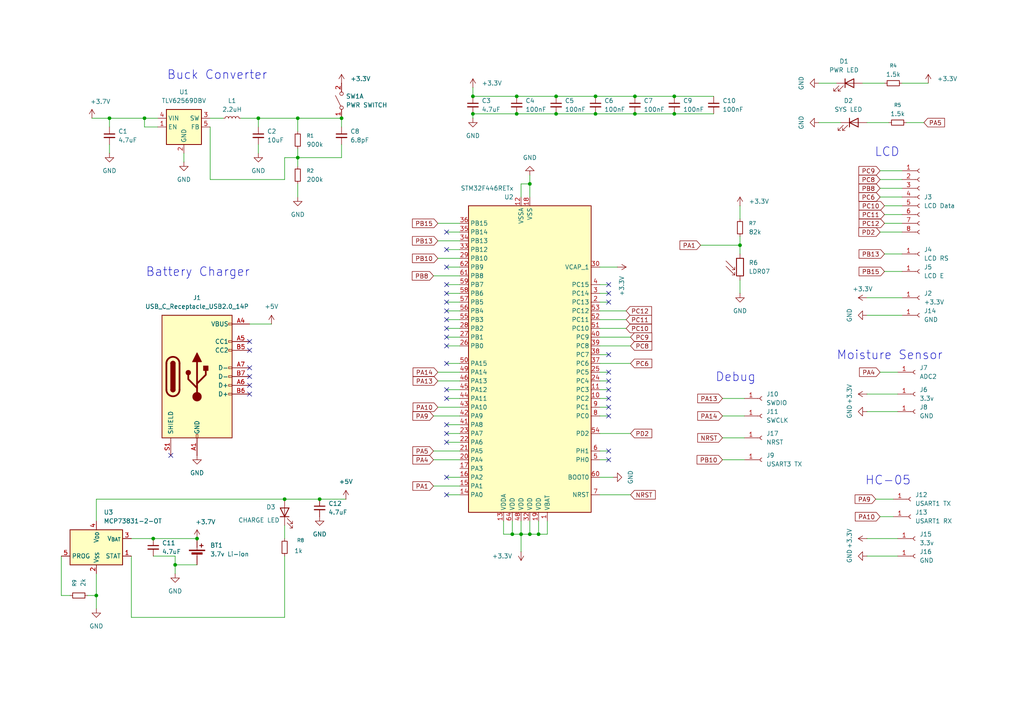
<source format=kicad_sch>
(kicad_sch (version 20250114) (generator "eeschema") (generator_version "9.0")
  (paper "A4")
  (title_block (title "Plant Monitor PCB") (rev "1"))
  (lib_symbols
    (symbol "Battery_Management:MCP73831-2-OT"
      (property "Reference" "U" (at -7.62 6.35 0))
      (property "Value" "MCP73831-2-OT" (at 1.27 6.35 0))
      (symbol "MCP73831-2-OT_1_1"
        (pin input line (at -10.16 -2.54 0) (length 2.54) (name "PROG") (number "5"))
        (pin power_in line (at 0 7.62 270) (length 2.54) (name "V_{DD}") (number "4"))
        (pin power_in line (at 0 -7.62 90) (length 2.54) (name "V_{SS}") (number "2"))
        (pin power_out line (at 10.16 2.54 180) (length 2.54) (name "V_{BAT}") (number "3"))
        (pin tri_state line (at 10.16 -2.54 180) (length 2.54) (name "STAT") (number "1"))
      )
    )
    (symbol "Connector:Conn_01x01_Socket" (pin_names (offset 1.016) (hide yes))
      (property "Reference" "J" (at 0 2.54 0))
      (property "Value" "Conn_01x01_Socket" (at 0 -2.54 0))
      (symbol "Conn_01x01_Socket_1_1"
        (pin passive line (at -5.08 0 0) (length 3.81) (name "Pin_1") (number "1"))
      )
    )
    (symbol "Connector:Conn_01x08_Socket" (pin_names (offset 1.016) (hide yes))
      (property "Reference" "J" (at 0 10.16 0))
      (property "Value" "Conn_01x08_Socket" (at 0 -12.7 0))
      (symbol "Conn_01x08_Socket_1_1"
        (pin passive line (at -5.08 7.62 0) (length 3.81) (name "Pin_1") (number "1"))
        (pin passive line (at -5.08 5.08 0) (length 3.81) (name "Pin_2") (number "2"))
        (pin passive line (at -5.08 2.54 0) (length 3.81) (name "Pin_3") (number "3"))
        (pin passive line (at -5.08 0 0) (length 3.81) (name "Pin_4") (number "4"))
        (pin passive line (at -5.08 -2.54 0) (length 3.81) (name "Pin_5") (number "5"))
        (pin passive line (at -5.08 -5.08 0) (length 3.81) (name "Pin_6") (number "6"))
        (pin passive line (at -5.08 -7.62 0) (length 3.81) (name "Pin_7") (number "7"))
        (pin passive line (at -5.08 -10.16 0) (length 3.81) (name "Pin_8") (number "8"))
      )
    )
    (symbol "Connector:USB_C_Receptacle_USB2.0_14P" (pin_names (offset 1.016))
      (property "Reference" "J" (at 0 22.225 0))
      (property "Value" "USB_C_Receptacle_USB2.0_14P" (at 0 19.685 0))
      (symbol "USB_C_Receptacle_USB2.0_14P_1_1"
        (pin passive line (at -7.62 -22.86 90) (length 5.08) (name "SHIELD") (number "S1"))
        (pin passive line (at 0 -22.86 90) (length 5.08) (name "GND") (number "A1"))
        (pin passive line (at 0 -22.86 90) (length 5.08) (hide yes) (name "GND") (number "A12"))
        (pin passive line (at 0 -22.86 90) (length 5.08) (hide yes) (name "GND") (number "B1"))
        (pin passive line (at 0 -22.86 90) (length 5.08) (hide yes) (name "GND") (number "B12"))
        (pin passive line (at 15.24 15.24 180) (length 5.08) (name "VBUS") (number "A4"))
        (pin passive line (at 15.24 15.24 180) (length 5.08) (hide yes) (name "VBUS") (number "A9"))
        (pin passive line (at 15.24 15.24 180) (length 5.08) (hide yes) (name "VBUS") (number "B4"))
        (pin passive line (at 15.24 15.24 180) (length 5.08) (hide yes) (name "VBUS") (number "B9"))
        (pin bidirectional line (at 15.24 10.16 180) (length 5.08) (name "CC1") (number "A5"))
        (pin bidirectional line (at 15.24 7.62 180) (length 5.08) (name "CC2") (number "B5"))
        (pin bidirectional line (at 15.24 2.54 180) (length 5.08) (name "D-") (number "A7"))
        (pin bidirectional line (at 15.24 0 180) (length 5.08) (name "D-") (number "B7"))
        (pin bidirectional line (at 15.24 -2.54 180) (length 5.08) (name "D+") (number "A6"))
        (pin bidirectional line (at 15.24 -5.08 180) (length 5.08) (name "D+") (number "B6"))
      )
    )
    (symbol "Device:Battery_Cell" (pin_numbers (hide yes)) (pin_names (offset 0) (hide yes))
      (property "Reference" "BT" (at 2.54 2.54 0))
      (property "Value" "Battery_Cell" (at 2.54 0 0))
      (symbol "Battery_Cell_1_1"
        (pin passive line (at 0 5.08 270) (length 2.54) (name "+") (number "1"))
        (pin passive line (at 0 -2.54 90) (length 2.54) (name "-") (number "2"))
      )
    )
    (symbol "Device:C_Small" (pin_numbers (hide yes)) (pin_names (offset 0.254) (hide yes))
      (property "Reference" "C" (at 0.254 1.778 0))
      (property "Value" "C_Small" (at 0.254 -2.032 0))
      (symbol "C_Small_1_1"
        (pin passive line (at 0 2.54 270) (length 2.032) (name "~") (number "1"))
        (pin passive line (at 0 -2.54 90) (length 2.032) (name "~") (number "2"))
      )
    )
    (symbol "Device:LED" (pin_numbers (hide yes)) (pin_names (offset 1.016) (hide yes))
      (property "Reference" "D" (at 0 2.54 0))
      (property "Value" "LED" (at 0 -2.54 0))
      (symbol "LED_1_1"
        (pin passive line (at -3.81 0 0) (length 2.54) (name "K") (number "1"))
        (pin passive line (at 3.81 0 180) (length 2.54) (name "A") (number "2"))
      )
    )
    (symbol "Device:L_Small" (pin_numbers (hide yes)) (pin_names (offset 0.254) (hide yes))
      (property "Reference" "L" (at 0.762 1.016 0))
      (property "Value" "L_Small" (at 0.762 -1.016 0))
      (symbol "L_Small_1_1"
        (pin passive line (at 0 2.54 270) (length 0.508) (name "~") (number "1"))
        (pin passive line (at 0 -2.54 90) (length 0.508) (name "~") (number "2"))
      )
    )
    (symbol "Device:R_Small" (pin_numbers (hide yes)) (pin_names (offset 0.254) (hide yes))
      (property "Reference" "R" (at 0 0 90))
      (property "Value" "R_Small" (at 1.778 0 90))
      (symbol "R_Small_1_1"
        (pin passive line (at 0 2.54 270) (length 0.762) (name "~") (number "1"))
        (pin passive line (at 0 -2.54 90) (length 0.762) (name "~") (number "2"))
      )
    )
    (symbol "MCU_ST_STM32F4:STM32F446RETx"
      (property "Reference" "U" (at -17.78 46.99 0))
      (property "Value" "STM32F446RETx" (at 10.16 46.99 0))
      (symbol "STM32F446RETx_1_1"
        (pin input line (at -20.32 40.64 0) (length 2.54) (name "NRST") (number "7"))
        (pin input line (at -20.32 35.56 0) (length 2.54) (name "BOOT0") (number "60"))
        (pin bidirectional line (at -20.32 30.48 0) (length 2.54) (name "PH0") (number "5"))
        (pin bidirectional line (at -20.32 27.94 0) (length 2.54) (name "PH1") (number "6"))
        (pin bidirectional line (at -20.32 22.86 0) (length 2.54) (name "PD2") (number "54"))
        (pin bidirectional line (at -20.32 17.78 0) (length 2.54) (name "PC0") (number "8"))
        (pin bidirectional line (at -20.32 15.24 0) (length 2.54) (name "PC1") (number "9"))
        (pin bidirectional line (at -20.32 12.7 0) (length 2.54) (name "PC2") (number "10"))
        (pin bidirectional line (at -20.32 10.16 0) (length 2.54) (name "PC3") (number "11"))
        (pin bidirectional line (at -20.32 7.62 0) (length 2.54) (name "PC4") (number "24"))
        (pin bidirectional line (at -20.32 5.08 0) (length 2.54) (name "PC5") (number "25"))
        (pin bidirectional line (at -20.32 2.54 0) (length 2.54) (name "PC6") (number "37"))
        (pin bidirectional line (at -20.32 0 0) (length 2.54) (name "PC7") (number "38"))
        (pin bidirectional line (at -20.32 -2.54 0) (length 2.54) (name "PC8") (number "39"))
        (pin bidirectional line (at -20.32 -5.08 0) (length 2.54) (name "PC9") (number "40"))
        (pin bidirectional line (at -20.32 -7.62 0) (length 2.54) (name "PC10") (number "51"))
        (pin bidirectional line (at -20.32 -10.16 0) (length 2.54) (name "PC11") (number "52"))
        (pin bidirectional line (at -20.32 -12.7 0) (length 2.54) (name "PC12") (number "53"))
        (pin bidirectional line (at -20.32 -15.24 0) (length 2.54) (name "PC13") (number "2"))
        (pin bidirectional line (at -20.32 -17.78 0) (length 2.54) (name "PC14") (number "3"))
        (pin bidirectional line (at -20.32 -20.32 0) (length 2.54) (name "PC15") (number "4"))
        (pin power_out line (at -20.32 -25.4 0) (length 2.54) (name "VCAP_1") (number "30"))
        (pin power_in line (at -5.08 48.26 270) (length 2.54) (name "VBAT") (number "1"))
        (pin power_in line (at -2.54 48.26 270) (length 2.54) (name "VDD") (number "19"))
        (pin power_in line (at 0 48.26 270) (length 2.54) (name "VDD") (number "32"))
        (pin power_in line (at 0 -45.72 90) (length 2.54) (name "VSS") (number "18"))
        (pin passive line (at 0 -45.72 90) (length 2.54) (hide yes) (name "VSS") (number "31"))
        (pin passive line (at 0 -45.72 90) (length 2.54) (hide yes) (name "VSS") (number "47"))
        (pin passive line (at 0 -45.72 90) (length 2.54) (hide yes) (name "VSS") (number "63"))
        (pin power_in line (at 2.54 48.26 270) (length 2.54) (name "VDD") (number "48"))
        (pin power_in line (at 2.54 -45.72 90) (length 2.54) (name "VSSA") (number "12"))
        (pin power_in line (at 5.08 48.26 270) (length 2.54) (name "VDD") (number "64"))
        (pin power_in line (at 7.62 48.26 270) (length 2.54) (name "VDDA") (number "13"))
        (pin bidirectional line (at 20.32 40.64 180) (length 2.54) (name "PA0") (number "14"))
        (pin bidirectional line (at 20.32 38.1 180) (length 2.54) (name "PA1") (number "15"))
        (pin bidirectional line (at 20.32 35.56 180) (length 2.54) (name "PA2") (number "16"))
        (pin bidirectional line (at 20.32 33.02 180) (length 2.54) (name "PA3") (number "17"))
        (pin bidirectional line (at 20.32 30.48 180) (length 2.54) (name "PA4") (number "20"))
        (pin bidirectional line (at 20.32 27.94 180) (length 2.54) (name "PA5") (number "21"))
        (pin bidirectional line (at 20.32 25.4 180) (length 2.54) (name "PA6") (number "22"))
        (pin bidirectional line (at 20.32 22.86 180) (length 2.54) (name "PA7") (number "23"))
        (pin bidirectional line (at 20.32 20.32 180) (length 2.54) (name "PA8") (number "41"))
        (pin bidirectional line (at 20.32 17.78 180) (length 2.54) (name "PA9") (number "42"))
        (pin bidirectional line (at 20.32 15.24 180) (length 2.54) (name "PA10") (number "43"))
        (pin bidirectional line (at 20.32 12.7 180) (length 2.54) (name "PA11") (number "44"))
        (pin bidirectional line (at 20.32 10.16 180) (length 2.54) (name "PA12") (number "45"))
        (pin bidirectional line (at 20.32 7.62 180) (length 2.54) (name "PA13") (number "46"))
        (pin bidirectional line (at 20.32 5.08 180) (length 2.54) (name "PA14") (number "49"))
        (pin bidirectional line (at 20.32 2.54 180) (length 2.54) (name "PA15") (number "50"))
        (pin bidirectional line (at 20.32 -2.54 180) (length 2.54) (name "PB0") (number "26"))
        (pin bidirectional line (at 20.32 -5.08 180) (length 2.54) (name "PB1") (number "27"))
        (pin bidirectional line (at 20.32 -7.62 180) (length 2.54) (name "PB2") (number "28"))
        (pin bidirectional line (at 20.32 -10.16 180) (length 2.54) (name "PB3") (number "55"))
        (pin bidirectional line (at 20.32 -12.7 180) (length 2.54) (name "PB4") (number "56"))
        (pin bidirectional line (at 20.32 -15.24 180) (length 2.54) (name "PB5") (number "57"))
        (pin bidirectional line (at 20.32 -17.78 180) (length 2.54) (name "PB6") (number "58"))
        (pin bidirectional line (at 20.32 -20.32 180) (length 2.54) (name "PB7") (number "59"))
        (pin bidirectional line (at 20.32 -22.86 180) (length 2.54) (name "PB8") (number "61"))
        (pin bidirectional line (at 20.32 -25.4 180) (length 2.54) (name "PB9") (number "62"))
        (pin bidirectional line (at 20.32 -27.94 180) (length 2.54) (name "PB10") (number "29"))
        (pin bidirectional line (at 20.32 -30.48 180) (length 2.54) (name "PB12") (number "33"))
        (pin bidirectional line (at 20.32 -33.02 180) (length 2.54) (name "PB13") (number "34"))
        (pin bidirectional line (at 20.32 -35.56 180) (length 2.54) (name "PB14") (number "35"))
        (pin bidirectional line (at 20.32 -38.1 180) (length 2.54) (name "PB15") (number "36"))
      )
    )
    (symbol "Regulator_Switching:TLV62569DBV"
      (property "Reference" "U" (at -5.08 6.35 0))
      (property "Value" "TLV62569DBV" (at 0 6.35 0))
      (symbol "TLV62569DBV_1_1"
        (pin power_in line (at -7.62 2.54 0) (length 2.54) (name "VIN") (number "4"))
        (pin input line (at -7.62 0 0) (length 2.54) (name "EN") (number "1"))
        (pin power_in line (at 0 -7.62 90) (length 2.54) (name "GND") (number "2"))
        (pin power_out line (at 7.62 2.54 180) (length 2.54) (name "SW") (number "3"))
        (pin input line (at 7.62 0 180) (length 2.54) (name "FB") (number "5"))
      )
    )
    (symbol "Sensor_Optical:LDR07" (pin_numbers (hide yes)) (pin_names (offset 0))
      (property "Reference" "R" (at -5.08 0 90))
      (property "Value" "LDR07" (at 1.905 0 90))
      (symbol "LDR07_1_1"
        (pin passive line (at 0 3.81 270) (length 1.27) (name "~") (number "1"))
        (pin passive line (at 0 -3.81 90) (length 1.27) (name "~") (number "2"))
      )
    )
    (symbol "Switch:SW_DPST_x2" (pin_names (offset 0) (hide yes))
      (property "Reference" "SW" (at 0 3.175 0))
      (property "Value" "SW_DPST_x2" (at 0 -2.54 0))
      (symbol "SW_DPST_x2_1_1"
        (pin passive line (at -5.08 0 0) (length 2.54) (name "A") (number "1"))
        (pin passive line (at 5.08 0 180) (length 2.54) (name "B") (number "2"))
      )
      (symbol "SW_DPST_x2_2_1"
        (pin passive line (at -5.08 0 0) (length 2.54) (name "A") (number "3"))
        (pin passive line (at 5.08 0 180) (length 2.54) (name "B") (number "4"))
      )
    )
    (symbol "power:+3.3V" (power) (pin_numbers (hide yes)) (pin_names (offset 0) (hide yes))
      (property "Value" "+3.3V" (at 0 3.556 0))
      (symbol "+3.3V_1_1"
        (pin power_in line (at 0 0 90) (length 0) (name "~") (number "1"))
      )
    )
    (symbol "power:+5V" (power) (pin_numbers (hide yes)) (pin_names (offset 0) (hide yes))
      (property "Value" "+5V" (at 0 3.556 0))
      (symbol "+5V_1_1"
        (pin power_in line (at 0 0 90) (length 0) (name "~") (number "1"))
      )
    )
    (symbol "power:+9V" (power) (pin_numbers (hide yes)) (pin_names (offset 0) (hide yes))
      (property "Value" "+9V" (at 0 3.556 0))
      (symbol "+9V_1_1"
        (pin power_in line (at 0 0 90) (length 0) (name "~") (number "1"))
      )
    )
    (symbol "power:GND" (power) (pin_numbers (hide yes)) (pin_names (offset 0) (hide yes))
      (property "Value" "GND" (at 0 -3.81 0))
      (symbol "GND_1_1"
        (pin power_in line (at 0 0 270) (length 0) (name "~") (number "1"))
      )
    )
  )
  (text "Buck Converter" (at 62.992 21.844 0) (effects (font (size 2.54 2.54))))
  (text "HC-05\n" (at 257.556 139.446 0) (effects (font (size 2.54 2.54))))
  (text "LCD" (at 257.302 44.196 0) (effects (font (size 2.54 2.54))))
  (text "Moisture Sensor" (at 258.064 103.124 0) (effects (font (size 2.54 2.54))))
  (text "Battery Charger" (at 57.404 78.994 0) (effects (font (size 2.54 2.54))))
  (text "Debug" (at 213.36 109.474 0) (effects (font (size 2.54 2.54))))
  (junction (at 41.91 34.29))
  (junction (at 86.36 34.29))
  (junction (at 149.86 27.94))
  (junction (at 92.71 144.78))
  (junction (at 172.72 27.94))
  (junction (at 153.67 53.34))
  (junction (at 99.06 34.29))
  (junction (at 137.16 33.02))
  (junction (at 195.58 27.94))
  (junction (at 86.36 45.72))
  (junction (at 82.55 144.78))
  (junction (at 161.29 27.94))
  (junction (at 31.75 34.29))
  (junction (at 214.63 71.12))
  (junction (at 161.29 33.02))
  (junction (at 156.21 154.94))
  (junction (at 184.15 27.94))
  (junction (at 27.94 172.72))
  (junction (at 172.72 33.02))
  (junction (at 184.15 33.02))
  (junction (at 137.16 27.94))
  (junction (at 195.58 33.02))
  (junction (at 74.93 34.29))
  (junction (at 148.59 154.94))
  (junction (at 50.8 163.83))
  (junction (at 44.45 156.21))
  (junction (at 149.86 33.02))
  (junction (at 151.13 154.94))
  (junction (at 153.67 154.94))
  (junction (at 57.15 156.21))
  (no_connect (at 129.54 82.55))
  (no_connect (at 129.54 77.47))
  (no_connect (at 176.53 107.95))
  (no_connect (at 176.53 82.55))
  (no_connect (at 129.54 128.27))
  (no_connect (at 129.54 92.71))
  (no_connect (at 176.53 130.81))
  (no_connect (at 129.54 85.09))
  (no_connect (at 129.54 125.73))
  (no_connect (at 176.53 115.57))
  (no_connect (at 129.54 143.51))
  (no_connect (at 129.54 87.63))
  (no_connect (at 129.54 90.17))
  (no_connect (at 49.53 132.08))
  (no_connect (at 176.53 118.11))
  (no_connect (at 129.54 72.39))
  (no_connect (at 176.53 133.35))
  (no_connect (at 129.54 115.57))
  (no_connect (at 129.54 95.25))
  (no_connect (at 129.54 123.19))
  (no_connect (at 176.53 113.03))
  (no_connect (at 176.53 110.49))
  (no_connect (at 72.39 109.22))
  (no_connect (at 176.53 87.63))
  (no_connect (at 129.54 113.03))
  (no_connect (at 129.54 105.41))
  (no_connect (at 72.39 101.6))
  (no_connect (at 129.54 67.31))
  (no_connect (at 176.53 102.87))
  (no_connect (at 129.54 97.79))
  (no_connect (at 129.54 138.43))
  (no_connect (at 72.39 111.76))
  (no_connect (at 129.54 100.33))
  (no_connect (at 72.39 99.06))
  (no_connect (at 176.53 120.65))
  (no_connect (at 72.39 114.3))
  (no_connect (at 176.53 85.09))
  (no_connect (at 72.39 106.68))
  (wire (pts (xy 31.75 34.29) (xy 41.91 34.29)))
  (wire (pts (xy 82.55 152.4) (xy 82.55 156.21)))
  (wire (pts (xy 17.78 161.29) (xy 17.78 172.72)))
  (wire (pts (xy 129.54 105.41) (xy 133.35 105.41)))
  (wire (pts (xy 44.45 156.21) (xy 57.15 156.21)))
  (wire (pts (xy 156.21 154.94) (xy 156.21 151.13)))
  (wire (pts (xy 184.15 33.02) (xy 195.58 33.02)))
  (wire (pts (xy 161.29 33.02) (xy 172.72 33.02)))
  (wire (pts (xy 172.72 33.02) (xy 184.15 33.02)))
  (wire (pts (xy 82.55 179.07) (xy 38.1 179.07)))
  (wire (pts (xy 158.75 151.13) (xy 158.75 154.94)))
  (wire (pts (xy 74.93 34.29) (xy 74.93 36.83)))
  (wire (pts (xy 17.78 172.72) (xy 20.32 172.72)))
  (wire (pts (xy 133.35 64.77) (xy 127 64.77)))
  (wire (pts (xy 137.16 33.02) (xy 137.16 34.29)))
  (wire (pts (xy 86.36 45.72) (xy 86.36 48.26)))
  (wire (pts (xy 203.2 71.12) (xy 214.63 71.12)))
  (wire (pts (xy 129.54 72.39) (xy 133.35 72.39)))
  (wire (pts (xy 173.99 130.81) (xy 176.53 130.81)))
  (wire (pts (xy 261.62 24.13) (xy 269.24 24.13)))
  (wire (pts (xy 129.54 125.73) (xy 133.35 125.73)))
  (wire (pts (xy 146.05 154.94) (xy 146.05 151.13)))
  (wire (pts (xy 86.36 34.29) (xy 86.36 38.1)))
  (wire (pts (xy 129.54 138.43) (xy 133.35 138.43)))
  (wire (pts (xy 153.67 154.94) (xy 153.67 151.13)))
  (wire (pts (xy 133.35 74.93) (xy 127 74.93)))
  (wire (pts (xy 255.27 149.86) (xy 259.08 149.86)))
  (wire (pts (xy 82.55 144.78) (xy 92.71 144.78)))
  (wire (pts (xy 99.06 34.29) (xy 99.06 36.83)))
  (wire (pts (xy 129.54 115.57) (xy 133.35 115.57)))
  (wire (pts (xy 173.99 118.11) (xy 176.53 118.11)))
  (wire (pts (xy 129.54 85.09) (xy 133.35 85.09)))
  (wire (pts (xy 251.46 86.36) (xy 261.62 86.36)))
  (wire (pts (xy 129.54 128.27) (xy 133.35 128.27)))
  (wire (pts (xy 69.85 34.29) (xy 74.93 34.29)))
  (wire (pts (xy 256.54 62.23) (xy 261.62 62.23)))
  (wire (pts (xy 129.54 95.25) (xy 133.35 95.25)))
  (wire (pts (xy 129.54 100.33) (xy 133.35 100.33)))
  (wire (pts (xy 27.94 172.72) (xy 27.94 176.53)))
  (wire (pts (xy 209.55 133.35) (xy 215.9 133.35)))
  (wire (pts (xy 251.46 161.29) (xy 260.35 161.29)))
  (wire (pts (xy 184.15 27.94) (xy 195.58 27.94)))
  (wire (pts (xy 133.35 69.85) (xy 127 69.85)))
  (wire (pts (xy 82.55 45.72) (xy 82.55 52.07)))
  (wire (pts (xy 45.72 36.83) (xy 41.91 36.83)))
  (wire (pts (xy 182.88 97.79) (xy 173.99 97.79)))
  (wire (pts (xy 153.67 57.15) (xy 153.67 53.34)))
  (wire (pts (xy 137.16 25.4) (xy 137.16 27.94)))
  (wire (pts (xy 251.46 119.38) (xy 260.35 119.38)))
  (wire (pts (xy 255.27 54.61) (xy 261.62 54.61)))
  (wire (pts (xy 149.86 33.02) (xy 161.29 33.02)))
  (wire (pts (xy 255.27 107.95) (xy 260.35 107.95)))
  (wire (pts (xy 195.58 33.02) (xy 207.01 33.02)))
  (wire (pts (xy 173.99 133.35) (xy 176.53 133.35)))
  (wire (pts (xy 82.55 161.29) (xy 82.55 179.07)))
  (wire (pts (xy 133.35 107.95) (xy 127 107.95)))
  (wire (pts (xy 214.63 59.69) (xy 214.63 63.5)))
  (wire (pts (xy 99.06 41.91) (xy 99.06 45.72)))
  (wire (pts (xy 256.54 73.66) (xy 261.62 73.66)))
  (wire (pts (xy 53.34 44.45) (xy 53.34 46.99)))
  (wire (pts (xy 215.9 115.57) (xy 209.55 115.57)))
  (wire (pts (xy 137.16 27.94) (xy 149.86 27.94)))
  (wire (pts (xy 129.54 123.19) (xy 133.35 123.19)))
  (wire (pts (xy 251.46 35.56) (xy 257.81 35.56)))
  (wire (pts (xy 173.99 82.55) (xy 176.53 82.55)))
  (wire (pts (xy 129.54 77.47) (xy 133.35 77.47)))
  (wire (pts (xy 129.54 67.31) (xy 133.35 67.31)))
  (wire (pts (xy 156.21 154.94) (xy 153.67 154.94)))
  (wire (pts (xy 182.88 125.73) (xy 173.99 125.73)))
  (wire (pts (xy 86.36 34.29) (xy 99.06 34.29)))
  (wire (pts (xy 31.75 41.91) (xy 31.75 44.45)))
  (wire (pts (xy 133.35 120.65) (xy 125.73 120.65)))
  (wire (pts (xy 129.54 87.63) (xy 133.35 87.63)))
  (wire (pts (xy 251.46 156.21) (xy 260.35 156.21)))
  (wire (pts (xy 129.54 82.55) (xy 133.35 82.55)))
  (wire (pts (xy 158.75 154.94) (xy 156.21 154.94)))
  (wire (pts (xy 173.99 110.49) (xy 176.53 110.49)))
  (wire (pts (xy 214.63 71.12) (xy 214.63 73.66)))
  (wire (pts (xy 50.8 161.29) (xy 50.8 163.83)))
  (wire (pts (xy 26.67 34.29) (xy 31.75 34.29)))
  (wire (pts (xy 173.99 85.09) (xy 176.53 85.09)))
  (wire (pts (xy 74.93 41.91) (xy 74.93 44.45)))
  (wire (pts (xy 133.35 133.35) (xy 125.73 133.35)))
  (wire (pts (xy 133.35 80.01) (xy 125.73 80.01)))
  (wire (pts (xy 254 144.78) (xy 259.08 144.78)))
  (wire (pts (xy 173.99 143.51) (xy 182.88 143.51)))
  (wire (pts (xy 153.67 53.34) (xy 151.13 53.34)))
  (wire (pts (xy 99.06 45.72) (xy 86.36 45.72)))
  (wire (pts (xy 41.91 34.29) (xy 45.72 34.29)))
  (wire (pts (xy 151.13 154.94) (xy 148.59 154.94)))
  (wire (pts (xy 82.55 52.07) (xy 60.96 52.07)))
  (wire (pts (xy 38.1 156.21) (xy 44.45 156.21)))
  (wire (pts (xy 173.99 107.95) (xy 176.53 107.95)))
  (wire (pts (xy 237.49 35.56) (xy 243.84 35.56)))
  (wire (pts (xy 177.8 138.43) (xy 173.99 138.43)))
  (wire (pts (xy 129.54 143.51) (xy 133.35 143.51)))
  (wire (pts (xy 50.8 163.83) (xy 50.8 166.37)))
  (wire (pts (xy 237.49 24.13) (xy 242.57 24.13)))
  (wire (pts (xy 181.61 90.17) (xy 173.99 90.17)))
  (wire (pts (xy 86.36 45.72) (xy 82.55 45.72)))
  (wire (pts (xy 129.54 90.17) (xy 133.35 90.17)))
  (wire (pts (xy 251.46 114.3) (xy 260.35 114.3)))
  (wire (pts (xy 195.58 27.94) (xy 207.01 27.94)))
  (wire (pts (xy 133.35 130.81) (xy 125.73 130.81)))
  (wire (pts (xy 182.88 100.33) (xy 173.99 100.33)))
  (wire (pts (xy 255.27 49.53) (xy 261.62 49.53)))
  (wire (pts (xy 182.88 105.41) (xy 173.99 105.41)))
  (wire (pts (xy 38.1 161.29) (xy 38.1 179.07)))
  (wire (pts (xy 41.91 36.83) (xy 41.91 34.29)))
  (wire (pts (xy 250.19 24.13) (xy 256.54 24.13)))
  (wire (pts (xy 60.96 34.29) (xy 64.77 34.29)))
  (wire (pts (xy 255.27 57.15) (xy 261.62 57.15)))
  (wire (pts (xy 255.27 52.07) (xy 261.62 52.07)))
  (wire (pts (xy 255.27 67.31) (xy 261.62 67.31)))
  (wire (pts (xy 153.67 53.34) (xy 153.67 50.8)))
  (wire (pts (xy 86.36 43.18) (xy 86.36 45.72)))
  (wire (pts (xy 262.89 35.56) (xy 267.97 35.56)))
  (wire (pts (xy 173.99 115.57) (xy 176.53 115.57)))
  (wire (pts (xy 173.99 113.03) (xy 176.53 113.03)))
  (wire (pts (xy 129.54 92.71) (xy 133.35 92.71)))
  (wire (pts (xy 256.54 59.69) (xy 261.62 59.69)))
  (wire (pts (xy 181.61 92.71) (xy 173.99 92.71)))
  (wire (pts (xy 74.93 34.29) (xy 86.36 34.29)))
  (wire (pts (xy 92.71 144.78) (xy 100.33 144.78)))
  (wire (pts (xy 50.8 163.83) (xy 57.15 163.83)))
  (wire (pts (xy 148.59 154.94) (xy 148.59 151.13)))
  (wire (pts (xy 129.54 113.03) (xy 133.35 113.03)))
  (wire (pts (xy 214.63 81.28) (xy 214.63 85.09)))
  (wire (pts (xy 149.86 27.94) (xy 161.29 27.94)))
  (wire (pts (xy 151.13 154.94) (xy 151.13 160.02)))
  (wire (pts (xy 72.39 93.98) (xy 78.74 93.98)))
  (wire (pts (xy 173.99 87.63) (xy 176.53 87.63)))
  (wire (pts (xy 179.07 77.47) (xy 173.99 77.47)))
  (wire (pts (xy 31.75 36.83) (xy 31.75 34.29)))
  (wire (pts (xy 151.13 53.34) (xy 151.13 57.15)))
  (wire (pts (xy 25.4 172.72) (xy 27.94 172.72)))
  (wire (pts (xy 27.94 166.37) (xy 27.94 172.72)))
  (wire (pts (xy 215.9 120.65) (xy 209.55 120.65)))
  (wire (pts (xy 161.29 27.94) (xy 172.72 27.94)))
  (wire (pts (xy 214.63 68.58) (xy 214.63 71.12)))
  (wire (pts (xy 27.94 151.13) (xy 27.94 144.78)))
  (wire (pts (xy 173.99 120.65) (xy 176.53 120.65)))
  (wire (pts (xy 129.54 97.79) (xy 133.35 97.79)))
  (wire (pts (xy 27.94 144.78) (xy 82.55 144.78)))
  (wire (pts (xy 173.99 102.87) (xy 176.53 102.87)))
  (wire (pts (xy 148.59 154.94) (xy 146.05 154.94)))
  (wire (pts (xy 50.8 161.29) (xy 44.45 161.29)))
  (wire (pts (xy 256.54 78.74) (xy 261.62 78.74)))
  (wire (pts (xy 256.54 64.77) (xy 261.62 64.77)))
  (wire (pts (xy 133.35 118.11) (xy 127 118.11)))
  (wire (pts (xy 133.35 140.97) (xy 125.73 140.97)))
  (wire (pts (xy 137.16 33.02) (xy 149.86 33.02)))
  (wire (pts (xy 151.13 154.94) (xy 153.67 154.94)))
  (wire (pts (xy 251.46 91.44) (xy 261.62 91.44)))
  (wire (pts (xy 181.61 95.25) (xy 173.99 95.25)))
  (wire (pts (xy 209.55 127) (xy 215.9 127)))
  (wire (pts (xy 86.36 53.34) (xy 86.36 57.15)))
  (wire (pts (xy 151.13 154.94) (xy 151.13 151.13)))
  (wire (pts (xy 172.72 27.94) (xy 184.15 27.94)))
  (wire (pts (xy 133.35 110.49) (xy 127 110.49)))
  (wire (pts (xy 60.96 36.83) (xy 60.96 52.07)))
  (global_label "PC8" (shape input) (at 255.27 52.07 180) (property "Intersheetrefs" "${INTERSHEET_REFS}" (effects (hide yes))))
  (global_label "PA10" (shape input) (at 255.27 149.86 180) (property "Intersheetrefs" "${INTERSHEET_REFS}" (effects (hide yes))))
  (global_label "PA13" (shape input) (at 209.55 115.57 180) (property "Intersheetrefs" "${INTERSHEET_REFS}" (effects (hide yes))))
  (global_label "PC10" (shape input) (at 256.54 59.69 180) (property "Intersheetrefs" "${INTERSHEET_REFS}" (effects (hide yes))))
  (global_label "PA4" (shape input) (at 255.27 107.95 180) (property "Intersheetrefs" "${INTERSHEET_REFS}" (effects (hide yes))))
  (global_label "PA14" (shape input) (at 209.55 120.65 180) (property "Intersheetrefs" "${INTERSHEET_REFS}" (effects (hide yes))))
  (global_label "PC9" (shape input) (at 182.88 97.79 0) (property "Intersheetrefs" "${INTERSHEET_REFS}" (effects (hide yes))))
  (global_label "PC12" (shape input) (at 256.54 64.77 180) (property "Intersheetrefs" "${INTERSHEET_REFS}" (effects (hide yes))))
  (global_label "PB15" (shape input) (at 127 64.77 180) (property "Intersheetrefs" "${INTERSHEET_REFS}" (effects (hide yes))))
  (global_label "PA5" (shape input) (at 125.73 130.81 180) (property "Intersheetrefs" "${INTERSHEET_REFS}" (effects (hide yes))))
  (global_label "NRST" (shape input) (at 209.55 127 180) (property "Intersheetrefs" "${INTERSHEET_REFS}" (effects (hide yes))))
  (global_label "PC6" (shape input) (at 255.27 57.15 180) (property "Intersheetrefs" "${INTERSHEET_REFS}" (effects (hide yes))))
  (global_label "PC8" (shape input) (at 182.88 100.33 0) (property "Intersheetrefs" "${INTERSHEET_REFS}" (effects (hide yes))))
  (global_label "PB15" (shape input) (at 256.54 78.74 180) (property "Intersheetrefs" "${INTERSHEET_REFS}" (effects (hide yes))))
  (global_label "PA13" (shape input) (at 127 110.49 180) (property "Intersheetrefs" "${INTERSHEET_REFS}" (effects (hide yes))))
  (global_label "PA14" (shape input) (at 127 107.95 180) (property "Intersheetrefs" "${INTERSHEET_REFS}" (effects (hide yes))))
  (global_label "PC6" (shape input) (at 182.88 105.41 0) (property "Intersheetrefs" "${INTERSHEET_REFS}" (effects (hide yes))))
  (global_label "PD2" (shape input) (at 182.88 125.73 0) (property "Intersheetrefs" "${INTERSHEET_REFS}" (effects (hide yes))))
  (global_label "PB13" (shape input) (at 256.54 73.66 180) (property "Intersheetrefs" "${INTERSHEET_REFS}" (effects (hide yes))))
  (global_label "PC12" (shape input) (at 181.61 90.17 0) (property "Intersheetrefs" "${INTERSHEET_REFS}" (effects (hide yes))))
  (global_label "PA1" (shape input) (at 125.73 140.97 180) (property "Intersheetrefs" "${INTERSHEET_REFS}" (effects (hide yes))))
  (global_label "NRST" (shape input) (at 182.88 143.51 0) (property "Intersheetrefs" "${INTERSHEET_REFS}" (effects (hide yes))))
  (global_label "PB8" (shape input) (at 125.73 80.01 180) (property "Intersheetrefs" "${INTERSHEET_REFS}" (effects (hide yes))))
  (global_label "PB10" (shape input) (at 209.55 133.35 180) (property "Intersheetrefs" "${INTERSHEET_REFS}" (effects (hide yes))))
  (global_label "PA1" (shape input) (at 203.2 71.12 180) (property "Intersheetrefs" "${INTERSHEET_REFS}" (effects (hide yes))))
  (global_label "PB8" (shape input) (at 255.27 54.61 180) (property "Intersheetrefs" "${INTERSHEET_REFS}" (effects (hide yes))))
  (global_label "PA9" (shape input) (at 254 144.78 180) (property "Intersheetrefs" "${INTERSHEET_REFS}" (effects (hide yes))))
  (global_label "PD2" (shape input) (at 255.27 67.31 180) (property "Intersheetrefs" "${INTERSHEET_REFS}" (effects (hide yes))))
  (global_label "PC9" (shape input) (at 255.27 49.53 180) (property "Intersheetrefs" "${INTERSHEET_REFS}" (effects (hide yes))))
  (global_label "PC11" (shape input) (at 181.61 92.71 0) (property "Intersheetrefs" "${INTERSHEET_REFS}" (effects (hide yes))))
  (global_label "PC11" (shape input) (at 256.54 62.23 180) (property "Intersheetrefs" "${INTERSHEET_REFS}" (effects (hide yes))))
  (global_label "PB10" (shape input) (at 127 74.93 180) (property "Intersheetrefs" "${INTERSHEET_REFS}" (effects (hide yes))))
  (global_label "PA5" (shape input) (at 267.97 35.56 0) (property "Intersheetrefs" "${INTERSHEET_REFS}" (effects (hide yes))))
  (global_label "PA4" (shape input) (at 125.73 133.35 180) (property "Intersheetrefs" "${INTERSHEET_REFS}" (effects (hide yes))))
  (global_label "PC10" (shape input) (at 181.61 95.25 0) (property "Intersheetrefs" "${INTERSHEET_REFS}" (effects (hide yes))))
  (global_label "PB13" (shape input) (at 127 69.85 180) (property "Intersheetrefs" "${INTERSHEET_REFS}" (effects (hide yes))))
  (global_label "PA9" (shape input) (at 125.73 120.65 180) (property "Intersheetrefs" "${INTERSHEET_REFS}" (effects (hide yes))))
  (global_label "PA10" (shape input) (at 127 118.11 180) (property "Intersheetrefs" "${INTERSHEET_REFS}" (effects (hide yes))))
  (symbol (lib_id "Connector:Conn_01x01_Socket") (at 264.16 144.78 0) (unit 1)
    (property "Reference" "J12" (at 265.43 143.5099 0) (effects (justify left)))
    (property "Value" "USART1 TX" (at 265.43 146.0499 0) (effects (justify left)))
    (property "Footprint" "Connector_PinSocket_2.54mm:PinSocket_1x01_P2.54mm_Vertical" (effects (hide yes)))
    (property "Description" "Generic connector, single row, 01x01, script generated" (effects (hide yes)))
  )
  (symbol (lib_id "Connector:Conn_01x01_Socket") (at 265.43 161.29 0) (unit 1)
    (property "Reference" "J16" (at 266.7 160.0199 0) (effects (justify left)))
    (property "Value" "GND" (at 266.7 162.5599 0) (effects (justify left)))
    (property "Footprint" "Connector_PinSocket_2.54mm:PinSocket_1x01_P2.54mm_Vertical" (effects (hide yes)))
    (property "Description" "Generic connector, single row, 01x01, script generated" (effects (hide yes)))
  )
  (symbol (lib_id "power:GND") (at 237.49 35.56 270) (unit 1)
    (property "Reference" "#PWR012" (effects (hide yes)))
    (property "Value" "GND" (at 232.41 35.56 0))
    (property "Description" "Power symbol creates a global label with name \"GND\" , ground" (effects (hide yes)))
  )
  (symbol (lib_id "power:+3.3V") (at 269.24 24.13 0) (unit 1)
    (property "Reference" "#PWR010" (effects (hide yes)))
    (property "Value" "+3.3V" (at 271.78 22.8599 0) (effects (justify left)))
    (property "Description" "Power symbol creates a global label with name \"+3.3V\"" (effects (hide yes)))
  )
  (symbol (lib_id "power:+5V") (at 78.74 93.98 0) (unit 1)
    (property "Reference" "#PWR026" (effects (hide yes)))
    (property "Value" "+5V" (at 78.74 88.9 0))
    (property "Description" "Power symbol creates a global label with name \"+5V\"" (effects (hide yes)))
  )
  (symbol (lib_id "power:GND") (at 251.46 91.44 270) (unit 1)
    (property "Reference" "#PWR07" (effects (hide yes)))
    (property "Value" "GND" (at 246.38 91.44 0))
    (property "Description" "Power symbol creates a global label with name \"GND\" , ground" (effects (hide yes)))
  )
  (symbol (lib_id "power:+3.3V") (at 151.13 160.02 180) (unit 1)
    (property "Reference" "#PWR06" (effects (hide yes)))
    (property "Value" "+3.3V" (at 148.59 161.2901 0) (effects (justify left)))
    (property "Description" "Power symbol creates a global label with name \"+3.3V\"" (effects (hide yes)))
  )
  (symbol (lib_id "power:+3.3V") (at 179.07 77.47 270) (unit 1)
    (property "Reference" "#PWR022" (effects (hide yes)))
    (property "Value" "+3.3V" (at 180.3401 80.01 0) (effects (justify left)))
    (property "Description" "Power symbol creates a global label with name \"+3.3V\"" (effects (hide yes)))
  )
  (symbol (lib_id "Device:C_Small") (at 137.16 30.48 0) (unit 1)
    (property "Reference" "C3" (at 139.7 29.2162 0) (effects (justify left)))
    (property "Value" "4.7uF" (at 139.7 31.7562 0) (effects (justify left)))
    (property "Footprint" "Capacitor_SMD:C_0603_1608Metric_Pad1.08x0.95mm_HandSolder" (effects (hide yes)))
    (property "Description" "Unpolarized capacitor, small symbol" (effects (hide yes)))
  )
  (symbol (lib_id "Device:R_Small") (at 86.36 40.64 0) (unit 1)
    (property "Reference" "R1" (at 88.9 39.3699 0) (effects (font (size 1.016 1.016)) (justify left)))
    (property "Value" "900k" (at 88.9 41.9099 0) (effects (justify left)))
    (property "Footprint" "Resistor_SMD:R_0603_1608Metric_Pad0.98x0.95mm_HandSolder" (effects (hide yes)))
    (property "Description" "Resistor, small symbol" (effects (hide yes)))
  )
  (symbol (lib_id "Connector:USB_C_Receptacle_USB2.0_14P") (at 57.15 109.22 0) (unit 1)
    (property "Reference" "J1" (at 57.15 86.36 0))
    (property "Value" "USB_C_Receptacle_USB2.0_14P" (at 57.15 88.9 0))
    (property "Footprint" "Connector_USB:USB_C_Receptacle_GCT_USB4125-xx-x-0190_6P_TopMnt_Horizontal" (effects (hide yes)))
    (property "Datasheet" "https://www.usb.org/sites/default/files/documents/usb_type-c.zip" (effects (hide yes)))
    (property "Description" "USB 2.0-only 14P Type-C Receptacle connector" (effects (hide yes)))
  )
  (symbol (lib_id "Device:LED") (at 247.65 35.56 0) (unit 1)
    (property "Reference" "D2" (at 246.0625 29.21 0))
    (property "Value" "SYS LED" (at 246.0625 31.75 0))
    (property "Footprint" "LED_SMD:LED_0603_1608Metric_Pad1.05x0.95mm_HandSolder" (effects (hide yes)))
    (property "Description" "Light emitting diode" (effects (hide yes)))
    (property "Sim.Pins" "1=K 2=A" (effects (hide yes)))
  )
  (symbol (lib_id "power:GND") (at 251.46 119.38 270) (unit 1)
    (property "Reference" "#PWR019" (effects (hide yes)))
    (property "Value" "GND" (at 246.38 119.38 0))
    (property "Description" "Power symbol creates a global label with name \"GND\" , ground" (effects (hide yes)))
  )
  (symbol (lib_id "Connector:Conn_01x01_Socket") (at 220.98 115.57 0) (unit 1)
    (property "Reference" "J10" (at 222.25 114.2999 0) (effects (justify left)))
    (property "Value" "SWDIO" (at 222.25 116.8399 0) (effects (justify left)))
    (property "Footprint" "Connector_PinSocket_2.54mm:PinSocket_1x01_P2.54mm_Vertical" (effects (hide yes)))
    (property "Description" "Generic connector, single row, 01x01, script generated" (effects (hide yes)))
  )
  (symbol (lib_id "Connector:Conn_01x01_Socket") (at 266.7 86.36 0) (unit 1)
    (property "Reference" "J2" (at 267.97 85.0899 0) (effects (justify left)))
    (property "Value" "+3.3V" (at 267.97 87.6299 0) (effects (justify left)))
    (property "Footprint" "Connector_PinSocket_2.54mm:PinSocket_1x01_P2.54mm_Vertical" (effects (hide yes)))
    (property "Description" "Generic connector, single row, 01x01, script generated" (effects (hide yes)))
  )
  (symbol (lib_id "Connector:Conn_01x01_Socket") (at 264.16 149.86 0) (unit 1)
    (property "Reference" "J13" (at 265.43 148.5899 0) (effects (justify left)))
    (property "Value" "USART1 RX" (at 265.43 151.1299 0) (effects (justify left)))
    (property "Footprint" "Connector_PinSocket_2.54mm:PinSocket_1x01_P2.54mm_Vertical" (effects (hide yes)))
    (property "Description" "Generic connector, single row, 01x01, script generated" (effects (hide yes)))
  )
  (symbol (lib_id "Device:R_Small") (at 22.86 172.72 90) (unit 1)
    (property "Reference" "R9" (at 21.5899 170.18 0) (effects (font (size 1.016 1.016)) (justify left)))
    (property "Value" "2k" (at 24.1299 170.18 0) (effects (justify left)))
    (property "Footprint" "Resistor_SMD:R_0603_1608Metric_Pad0.98x0.95mm_HandSolder" (effects (hide yes)))
    (property "Description" "Resistor, small symbol" (effects (hide yes)))
  )
  (symbol (lib_id "Connector:Conn_01x01_Socket") (at 265.43 114.3 0) (unit 1)
    (property "Reference" "J6" (at 266.7 113.0299 0) (effects (justify left)))
    (property "Value" "3.3v" (at 266.7 115.5699 0) (effects (justify left)))
    (property "Footprint" "Connector_PinSocket_2.54mm:PinSocket_1x01_P2.54mm_Vertical" (effects (hide yes)))
    (property "Description" "Generic connector, single row, 01x01, script generated" (effects (hide yes)))
  )
  (symbol (lib_id "power:+5V") (at 100.33 144.78 0) (unit 1)
    (property "Reference" "#PWR029" (effects (hide yes)))
    (property "Value" "+5V" (at 100.33 139.7 0))
    (property "Description" "Power symbol creates a global label with name \"+5V\"" (effects (hide yes)))
  )
  (symbol (lib_id "power:GND") (at 153.67 50.8 180) (unit 1)
    (property "Reference" "#PWR08" (effects (hide yes)))
    (property "Value" "GND" (at 153.67 45.72 0))
    (property "Description" "Power symbol creates a global label with name \"GND\" , ground" (effects (hide yes)))
  )
  (symbol (lib_id "Connector:Conn_01x01_Socket") (at 220.98 120.65 0) (unit 1)
    (property "Reference" "J11" (at 222.25 119.3799 0) (effects (justify left)))
    (property "Value" "SWCLK" (at 222.25 121.9199 0) (effects (justify left)))
    (property "Footprint" "Connector_PinSocket_2.54mm:PinSocket_1x01_P2.54mm_Vertical" (effects (hide yes)))
    (property "Description" "Generic connector, single row, 01x01, script generated" (effects (hide yes)))
  )
  (symbol (lib_id "Connector:Conn_01x08_Socket") (at 266.7 57.15 0) (unit 1)
    (property "Reference" "J3" (at 267.97 57.1499 0) (effects (justify left)))
    (property "Value" "LCD Data" (at 267.97 59.6899 0) (effects (justify left)))
    (property "Footprint" "Connector_PinSocket_2.54mm:PinSocket_1x08_P2.54mm_Vertical" (effects (hide yes)))
    (property "Description" "Generic connector, single row, 01x08, script generated" (effects (hide yes)))
  )
  (symbol (lib_id "Regulator_Switching:TLV62569DBV") (at 53.34 36.83 0) (unit 1)
    (property "Reference" "U1" (at 53.34 26.67 0))
    (property "Value" "TLV62569DBV" (at 53.34 29.21 0))
    (property "Footprint" "Package_TO_SOT_SMD:SOT-23-5" (effects (hide yes)))
    (property "Datasheet" "http://www.ti.com/lit/ds/symlink/tlv62569.pdf" (effects (hide yes)))
    (property "Description" "High Efficiency Synchronous Buck Converter, Adjustable Output 0.6V-5.5V, 2A, SOT-23-5" (effects (hide yes)))
  )
  (symbol (lib_id "Connector:Conn_01x01_Socket") (at 266.7 91.44 0) (unit 1)
    (property "Reference" "J14" (at 267.97 90.1699 0) (effects (justify left)))
    (property "Value" "GND" (at 267.97 92.7099 0) (effects (justify left)))
    (property "Footprint" "Connector_PinSocket_2.54mm:PinSocket_1x01_P2.54mm_Vertical" (effects (hide yes)))
    (property "Description" "Generic connector, single row, 01x01, script generated" (effects (hide yes)))
  )
  (symbol (lib_id "power:GND") (at 92.71 149.86 0) (unit 1)
    (property "Reference" "#PWR025" (effects (hide yes)))
    (property "Value" "GND" (at 92.71 154.94 0))
    (property "Description" "Power symbol creates a global label with name \"GND\" , ground" (effects (hide yes)))
  )
  (symbol (lib_id "Device:C_Small") (at 149.86 30.48 0) (unit 1)
    (property "Reference" "C4" (at 152.4 29.2162 0) (effects (justify left)))
    (property "Value" "100nF" (at 152.4 31.7562 0) (effects (justify left)))
    (property "Footprint" "Capacitor_SMD:C_0603_1608Metric_Pad1.08x0.95mm_HandSolder" (effects (hide yes)))
    (property "Description" "Unpolarized capacitor, small symbol" (effects (hide yes)))
  )
  (symbol (lib_id "Device:LED") (at 246.38 24.13 0) (unit 1)
    (property "Reference" "D1" (at 244.7925 17.78 0))
    (property "Value" "PWR LED" (at 244.7925 20.32 0))
    (property "Footprint" "LED_SMD:LED_0603_1608Metric_Pad1.05x0.95mm_HandSolder" (effects (hide yes)))
    (property "Description" "Light emitting diode" (effects (hide yes)))
    (property "Sim.Pins" "1=K 2=A" (effects (hide yes)))
  )
  (symbol (lib_id "Device:C_Small") (at 92.71 147.32 0) (unit 1)
    (property "Reference" "C12" (at 95.25 146.0562 0) (effects (justify left)))
    (property "Value" "4.7uF" (at 95.25 148.5962 0) (effects (justify left)))
    (property "Footprint" "Capacitor_SMD:C_0603_1608Metric_Pad1.08x0.95mm_HandSolder" (effects (hide yes)))
    (property "Description" "Unpolarized capacitor, small symbol" (effects (hide yes)))
  )
  (symbol (lib_id "Device:C_Small") (at 99.06 39.37 0) (unit 1)
    (property "Reference" "C8" (at 101.6 38.1062 0) (effects (justify left)))
    (property "Value" "6.8pF" (at 101.6 40.6462 0) (effects (justify left)))
    (property "Footprint" "Capacitor_SMD:C_0603_1608Metric_Pad1.08x0.95mm_HandSolder" (effects (hide yes)))
    (property "Description" "Unpolarized capacitor, small symbol" (effects (hide yes)))
  )
  (symbol (lib_id "Connector:Conn_01x01_Socket") (at 266.7 78.74 0) (unit 1)
    (property "Reference" "J5" (at 267.97 77.4699 0) (effects (justify left)))
    (property "Value" "LCD E" (at 267.97 80.0099 0) (effects (justify left)))
    (property "Footprint" "Connector_PinSocket_2.54mm:PinSocket_1x01_P2.54mm_Vertical" (effects (hide yes)))
    (property "Description" "Generic connector, single row, 01x01, script generated" (effects (hide yes)))
  )
  (symbol (lib_id "power:+9V") (at 26.67 34.29 0) (unit 1)
    (property "Reference" "#PWR03" (effects (hide yes)))
    (property "Value" "+3.7V" (at 26.162 29.464 0) (effects (justify left)))
    (property "Description" "Power symbol creates a global label with name \"+9V\"" (effects (hide yes)))
  )
  (symbol (lib_id "Device:C_Small") (at 195.58 30.48 0) (unit 1)
    (property "Reference" "C9" (at 198.12 29.2162 0) (effects (justify left)))
    (property "Value" "100nF" (at 198.12 31.7562 0) (effects (justify left)))
    (property "Footprint" "Capacitor_SMD:C_0603_1608Metric_Pad1.08x0.95mm_HandSolder" (effects (hide yes)))
    (property "Description" "Unpolarized capacitor, small symbol" (effects (hide yes)))
  )
  (symbol (lib_id "Device:C_Small") (at 161.29 30.48 0) (unit 1)
    (property "Reference" "C5" (at 163.83 29.2162 0) (effects (justify left)))
    (property "Value" "100nF" (at 163.83 31.7562 0) (effects (justify left)))
    (property "Footprint" "Capacitor_SMD:C_0603_1608Metric_Pad1.08x0.95mm_HandSolder" (effects (hide yes)))
    (property "Description" "Unpolarized capacitor, small symbol" (effects (hide yes)))
  )
  (symbol (lib_id "Switch:SW_DPST_x2") (at 99.06 29.21 90) (unit 1)
    (property "Reference" "SW1" (at 100.33 27.9399 90) (effects (justify right)))
    (property "Value" "PWR SWITCH" (at 100.33 30.4799 90) (effects (justify right)))
    (property "Footprint" "Connector_PinSocket_2.54mm:PinSocket_1x02_P2.54mm_Vertical" (effects (hide yes)))
    (property "Description" "Single Pole Single Throw (SPST) switch, separate symbol" (effects (hide yes)))
  )
  (symbol (lib_id "Device:R_Small") (at 260.35 35.56 90) (unit 1)
    (property "Reference" "R5" (at 260.35 30.48 90) (effects (font (size 1.016 1.016))))
    (property "Value" "1.5k" (at 260.35 33.02 90))
    (property "Footprint" "Resistor_SMD:R_0603_1608Metric_Pad0.98x0.95mm_HandSolder" (effects (hide yes)))
    (property "Description" "Resistor, small symbol" (effects (hide yes)))
  )
  (symbol (lib_id "power:GND") (at 177.8 138.43 90) (unit 1)
    (property "Reference" "#PWR013" (effects (hide yes)))
    (property "Value" "GND" (at 182.88 138.43 0))
    (property "Description" "Power symbol creates a global label with name \"GND\" , ground" (effects (hide yes)))
  )
  (symbol (lib_id "Connector:Conn_01x01_Socket") (at 265.43 119.38 0) (unit 1)
    (property "Reference" "J8" (at 266.7 118.1099 0) (effects (justify left)))
    (property "Value" "GND" (at 266.7 120.6499 0) (effects (justify left)))
    (property "Footprint" "Connector_PinSocket_2.54mm:PinSocket_1x01_P2.54mm_Vertical" (effects (hide yes)))
    (property "Description" "Generic connector, single row, 01x01, script generated" (effects (hide yes)))
  )
  (symbol (lib_id "Connector:Conn_01x01_Socket") (at 220.98 127 0) (unit 1)
    (property "Reference" "J17" (at 222.25 125.7299 0) (effects (justify left)))
    (property "Value" "NRST" (at 222.25 128.2699 0) (effects (justify left)))
    (property "Footprint" "Connector_PinSocket_2.54mm:PinSocket_1x01_P2.54mm_Vertical" (effects (hide yes)))
    (property "Description" "Generic connector, single row, 01x01, script generated" (effects (hide yes)))
  )
  (symbol (lib_id "Sensor_Optical:LDR07") (at 214.63 77.47 0) (unit 1)
    (property "Reference" "R6" (at 217.17 76.1999 0) (effects (justify left)))
    (property "Value" "LDR07" (at 217.17 78.7399 0) (effects (justify left)))
    (property "Footprint" "OptoDevice:R_LDR_5.0x4.1mm_P3mm_Vertical" (effects (hide yes)))
    (property "Datasheet" "http://www.tme.eu/de/Document/f2e3ad76a925811312d226c31da4cd7e/LDR07.pdf" (effects (hide yes)))
    (property "Description" "light dependent resistor" (effects (hide yes)))
  )
  (symbol (lib_id "power:+3.3V") (at 251.46 86.36 90) (unit 1)
    (property "Reference" "#PWR020" (effects (hide yes)))
    (property "Value" "+3.3V" (at 250.19 83.82 90))
    (property "Description" "Power symbol creates a global label with name \"+3.3V\"" (effects (hide yes)))
  )
  (symbol (lib_id "power:+3.3V") (at 99.06 24.13 0) (unit 1)
    (property "Reference" "#PWR04" (effects (hide yes)))
    (property "Value" "+3.3V" (at 101.6 22.8599 0) (effects (justify left)))
    (property "Description" "Power symbol creates a global label with name \"+3.3V\"" (effects (hide yes)))
  )
  (symbol (lib_id "Device:C_Small") (at 184.15 30.48 0) (unit 1)
    (property "Reference" "C7" (at 186.69 29.2162 0) (effects (justify left)))
    (property "Value" "100nF" (at 186.69 31.7562 0) (effects (justify left)))
    (property "Footprint" "Capacitor_SMD:C_0603_1608Metric_Pad1.08x0.95mm_HandSolder" (effects (hide yes)))
    (property "Description" "Unpolarized capacitor, small symbol" (effects (hide yes)))
  )
  (symbol (lib_id "power:GND") (at 214.63 85.09 0) (unit 1)
    (property "Reference" "#PWR017" (effects (hide yes)))
    (property "Value" "GND" (at 214.63 90.17 0))
    (property "Description" "Power symbol creates a global label with name \"GND\" , ground" (effects (hide yes)))
  )
  (symbol (lib_id "power:GND") (at 27.94 176.53 0) (unit 1)
    (property "Reference" "#PWR023" (effects (hide yes)))
    (property "Value" "GND" (at 27.94 181.61 0))
    (property "Description" "Power symbol creates a global label with name \"GND\" , ground" (effects (hide yes)))
  )
  (symbol (lib_id "Device:R_Small") (at 259.08 24.13 90) (unit 1)
    (property "Reference" "R4" (at 259.08 19.05 90) (effects (font (size 1.016 1.016))))
    (property "Value" "1.5k" (at 259.08 21.59 90))
    (property "Footprint" "Resistor_SMD:R_0603_1608Metric_Pad0.98x0.95mm_HandSolder" (effects (hide yes)))
    (property "Description" "Resistor, small symbol" (effects (hide yes)))
  )
  (symbol (lib_id "MCU_ST_STM32F4:STM32F446RETx") (at 153.67 102.87 180) (unit 1)
    (property "Reference" "U2" (at 148.9867 57.15 0) (effects (justify left)))
    (property "Value" "STM32F446RETx" (at 148.9867 54.61 0) (effects (justify left)))
    (property "Footprint" "Package_QFP:LQFP-64_10x10mm_P0.5mm" (effects (hide yes)))
    (property "Datasheet" "https://www.st.com/resource/en/datasheet/stm32f446re.pdf" (effects (hide yes)))
    (property "Description" "STMicroelectronics Arm Cortex-M4 MCU, 512KB flash, 128KB RAM, 180 MHz, 1.8-3.6V, 50 GPIO, LQFP64" (effects (hide yes)))
  )
  (symbol (lib_id "Connector:Conn_01x01_Socket") (at 265.43 156.21 0) (unit 1)
    (property "Reference" "J15" (at 266.7 154.9399 0) (effects (justify left)))
    (property "Value" "3.3v" (at 266.7 157.4799 0) (effects (justify left)))
    (property "Footprint" "Connector_PinSocket_2.54mm:PinSocket_1x01_P2.54mm_Vertical" (effects (hide yes)))
    (property "Description" "Generic connector, single row, 01x01, script generated" (effects (hide yes)))
  )
  (symbol (lib_id "Device:C_Small") (at 74.93 39.37 0) (unit 1)
    (property "Reference" "C2" (at 77.47 38.1062 0) (effects (justify left)))
    (property "Value" "10uF" (at 77.47 40.6462 0) (effects (justify left)))
    (property "Footprint" "Capacitor_SMD:C_0603_1608Metric_Pad1.08x0.95mm_HandSolder" (effects (hide yes)))
    (property "Description" "Unpolarized capacitor, small symbol" (effects (hide yes)))
  )
  (symbol (lib_id "Battery_Management:MCP73831-2-OT") (at 27.94 158.75 0) (unit 1)
    (property "Reference" "U3" (at 30.0833 148.59 0) (effects (justify left)))
    (property "Value" "MCP73831-2-OT" (at 30.0833 151.13 0) (effects (justify left)))
    (property "Footprint" "Package_TO_SOT_SMD:SOT-23-5" (effects (hide yes)))
    (property "Datasheet" "http://ww1.microchip.com/downloads/en/DeviceDoc/20001984g.pdf" (effects (hide yes)))
    (property "Description" "Single cell, Li-Ion/Li-Po charge management controller, 4.20V, Tri-State Status Output, in SOT23-5 package" (effects (hide yes)))
  )
  (symbol (lib_id "power:GND") (at 237.49 24.13 270) (unit 1)
    (property "Reference" "#PWR09" (effects (hide yes)))
    (property "Value" "GND" (at 232.41 24.13 0))
    (property "Description" "Power symbol creates a global label with name \"GND\" , ground" (effects (hide yes)))
  )
  (symbol (lib_id "power:GND") (at 53.34 46.99 0) (unit 1)
    (property "Reference" "#PWR01" (effects (hide yes)))
    (property "Value" "GND" (at 53.34 52.07 0))
    (property "Description" "Power symbol creates a global label with name \"GND\" , ground" (effects (hide yes)))
  )
  (symbol (lib_id "Device:R_Small") (at 86.36 50.8 0) (unit 1)
    (property "Reference" "R2" (at 88.9 49.5299 0) (effects (font (size 1.016 1.016)) (justify left)))
    (property "Value" "200k" (at 88.9 52.0699 0) (effects (justify left)))
    (property "Footprint" "Resistor_SMD:R_0603_1608Metric_Pad0.98x0.95mm_HandSolder" (effects (hide yes)))
    (property "Description" "Resistor, small symbol" (effects (hide yes)))
  )
  (symbol (lib_id "power:+9V") (at 57.15 156.21 0) (unit 1)
    (property "Reference" "#PWR030" (effects (hide yes)))
    (property "Value" "+3.7V" (at 56.642 151.384 0) (effects (justify left)))
    (property "Description" "Power symbol creates a global label with name \"+9V\"" (effects (hide yes)))
  )
  (symbol (lib_id "power:+3.3V") (at 251.46 114.3 90) (unit 1)
    (property "Reference" "#PWR018" (effects (hide yes)))
    (property "Value" "+3.3V" (at 246.38 114.3 0))
    (property "Description" "Power symbol creates a global label with name \"+3.3V\"" (effects (hide yes)))
  )
  (symbol (lib_id "power:+3.3V") (at 214.63 59.69 0) (unit 1)
    (property "Reference" "#PWR016" (effects (hide yes)))
    (property "Value" "+3.3V" (at 217.17 58.4199 0) (effects (justify left)))
    (property "Description" "Power symbol creates a global label with name \"+3.3V\"" (effects (hide yes)))
  )
  (symbol (lib_id "Connector:Conn_01x01_Socket") (at 265.43 107.95 0) (unit 1)
    (property "Reference" "J7" (at 266.7 106.6799 0) (effects (justify left)))
    (property "Value" "ADC2" (at 266.7 109.2199 0) (effects (justify left)))
    (property "Footprint" "Connector_PinSocket_2.54mm:PinSocket_1x01_P2.54mm_Vertical" (effects (hide yes)))
    (property "Description" "Generic connector, single row, 01x01, script generated" (effects (hide yes)))
  )
  (symbol (lib_id "Connector:Conn_01x01_Socket") (at 266.7 73.66 0) (unit 1)
    (property "Reference" "J4" (at 267.97 72.3899 0) (effects (justify left)))
    (property "Value" "LCD RS" (at 267.97 74.9299 0) (effects (justify left)))
    (property "Footprint" "Connector_PinSocket_2.54mm:PinSocket_1x01_P2.54mm_Vertical" (effects (hide yes)))
    (property "Description" "Generic connector, single row, 01x01, script generated" (effects (hide yes)))
  )
  (symbol (lib_id "Device:C_Small") (at 207.01 30.48 0) (unit 1)
    (property "Reference" "C10" (at 209.55 29.2162 0) (effects (justify left)))
    (property "Value" "100nF" (at 209.55 31.7562 0) (effects (justify left)))
    (property "Footprint" "Capacitor_SMD:C_0603_1608Metric_Pad1.08x0.95mm_HandSolder" (effects (hide yes)))
    (property "Description" "Unpolarized capacitor, small symbol" (effects (hide yes)))
  )
  (symbol (lib_id "Device:C_Small") (at 172.72 30.48 0) (unit 1)
    (property "Reference" "C6" (at 175.26 29.2162 0) (effects (justify left)))
    (property "Value" "100nF" (at 175.26 31.7562 0) (effects (justify left)))
    (property "Footprint" "Capacitor_SMD:C_0603_1608Metric_Pad1.08x0.95mm_HandSolder" (effects (hide yes)))
    (property "Description" "Unpolarized capacitor, small symbol" (effects (hide yes)))
  )
  (symbol (lib_id "Device:R_Small") (at 214.63 66.04 0) (unit 1)
    (property "Reference" "R7" (at 217.17 64.7699 0) (effects (font (size 1.016 1.016)) (justify left)))
    (property "Value" "82k" (at 217.17 67.3099 0) (effects (justify left)))
    (property "Footprint" "Resistor_SMD:R_0603_1608Metric" (effects (hide yes)))
    (property "Description" "Resistor, small symbol" (effects (hide yes)))
  )
  (symbol (lib_id "power:GND") (at 251.46 161.29 270) (unit 1)
    (property "Reference" "#PWR032" (effects (hide yes)))
    (property "Value" "GND" (at 246.38 161.29 0))
    (property "Description" "Power symbol creates a global label with name \"GND\" , ground" (effects (hide yes)))
  )
  (symbol (lib_id "Device:C_Small") (at 31.75 39.37 0) (unit 1)
    (property "Reference" "C1" (at 34.29 38.1062 0) (effects (justify left)))
    (property "Value" "4.7uF" (at 34.29 40.6462 0) (effects (justify left)))
    (property "Footprint" "Capacitor_SMD:C_0603_1608Metric_Pad1.08x0.95mm_HandSolder" (effects (hide yes)))
    (property "Description" "Unpolarized capacitor, small symbol" (effects (hide yes)))
  )
  (symbol (lib_id "Device:Battery_Cell") (at 57.15 161.29 0) (unit 1)
    (property "Reference" "BT1" (at 60.96 158.1784 0) (effects (justify left)))
    (property "Value" "3.7v Li-ion" (at 60.96 160.7184 0) (effects (justify left)))
    (property "Footprint" "Connector_JST:JST_PH_B2B-PH-K_1x02_P2.00mm_Vertical" (effects (hide yes)))
    (property "Description" "Single-cell battery" (effects (hide yes)))
  )
  (symbol (lib_id "power:+3.3V") (at 251.46 156.21 90) (unit 1)
    (property "Reference" "#PWR031" (effects (hide yes)))
    (property "Value" "+3.3V" (at 246.38 156.21 0))
    (property "Description" "Power symbol creates a global label with name \"+3.3V\"" (effects (hide yes)))
  )
  (symbol (lib_id "Device:R_Small") (at 82.55 158.75 0) (unit 1)
    (property "Reference" "R8" (at 86.106 156.718 0) (effects (font (size 1.016 1.016)) (justify left)))
    (property "Value" "1k" (at 85.344 159.766 0) (effects (justify left)))
    (property "Footprint" "Resistor_SMD:R_0603_1608Metric_Pad0.98x0.95mm_HandSolder" (effects (hide yes)))
    (property "Description" "Resistor, small symbol" (effects (hide yes)))
  )
  (symbol (lib_id "Device:LED") (at 82.55 148.59 90) (unit 1)
    (property "Reference" "D3" (at 77.216 147.066 90) (effects (justify right)))
    (property "Value" "CHARGE LED" (at 69.088 150.876 90) (effects (justify right)))
    (property "Footprint" "LED_SMD:LED_0603_1608Metric_Pad1.05x0.95mm_HandSolder" (effects (hide yes)))
    (property "Description" "Light emitting diode" (effects (hide yes)))
    (property "Sim.Pins" "1=K 2=A" (effects (hide yes)))
  )
  (symbol (lib_id "power:GND") (at 50.8 166.37 0) (unit 1)
    (property "Reference" "#PWR024" (effects (hide yes)))
    (property "Value" "GND" (at 50.8 171.45 0))
    (property "Description" "Power symbol creates a global label with name \"GND\" , ground" (effects (hide yes)))
  )
  (symbol (lib_id "power:GND") (at 86.36 57.15 0) (unit 1)
    (property "Reference" "#PWR05" (effects (hide yes)))
    (property "Value" "GND" (at 86.36 62.23 0))
    (property "Description" "Power symbol creates a global label with name \"GND\" , ground" (effects (hide yes)))
  )
  (symbol (lib_id "power:GND") (at 57.15 132.08 0) (unit 1)
    (property "Reference" "#PWR027" (effects (hide yes)))
    (property "Value" "GND" (at 57.15 137.16 0))
    (property "Description" "Power symbol creates a global label with name \"GND\" , ground" (effects (hide yes)))
  )
  (symbol (lib_id "power:GND") (at 74.93 44.45 0) (unit 1)
    (property "Reference" "#PWR021" (effects (hide yes)))
    (property "Value" "GND" (at 74.93 49.53 0))
    (property "Description" "Power symbol creates a global label with name \"GND\" , ground" (effects (hide yes)))
  )
  (symbol (lib_id "power:GND") (at 137.16 34.29 0) (unit 1)
    (property "Reference" "#PWR015" (effects (hide yes)))
    (property "Value" "GND" (at 137.16 39.37 0))
    (property "Description" "Power symbol creates a global label with name \"GND\" , ground" (effects (hide yes)))
  )
  (symbol (lib_id "power:+3.3V") (at 137.16 25.4 0) (unit 1)
    (property "Reference" "#PWR014" (effects (hide yes)))
    (property "Value" "+3.3V" (at 139.7 24.1299 0) (effects (justify left)))
    (property "Description" "Power symbol creates a global label with name \"+3.3V\"" (effects (hide yes)))
  )
  (symbol (lib_id "Device:L_Small") (at 67.31 34.29 90) (unit 1)
    (property "Reference" "L1" (at 67.31 29.21 90))
    (property "Value" "2.2uH" (at 67.31 31.75 90))
    (property "Footprint" "Inductor_SMD:L_0603_1608Metric_Pad1.05x0.95mm_HandSolder" (effects (hide yes)))
    (property "Description" "Inductor, small symbol" (effects (hide yes)))
  )
  (symbol (lib_id "Device:C_Small") (at 44.45 158.75 0) (unit 1)
    (property "Reference" "C11" (at 46.99 157.4862 0) (effects (justify left)))
    (property "Value" "4.7uF" (at 46.99 160.0262 0) (effects (justify left)))
    (property "Footprint" "Capacitor_SMD:C_0603_1608Metric_Pad1.08x0.95mm_HandSolder" (effects (hide yes)))
    (property "Description" "Unpolarized capacitor, small symbol" (effects (hide yes)))
  )
  (symbol (lib_id "Connector:Conn_01x01_Socket") (at 220.98 133.35 0) (unit 1)
    (property "Reference" "J9" (at 222.25 132.0799 0) (effects (justify left)))
    (property "Value" "USART3 TX" (at 222.25 134.6199 0) (effects (justify left)))
    (property "Footprint" "Connector_PinSocket_2.54mm:PinSocket_1x01_P2.54mm_Vertical" (effects (hide yes)))
    (property "Description" "Generic connector, single row, 01x01, script generated" (effects (hide yes)))
  )
  (symbol (lib_id "power:GND") (at 31.75 44.45 0) (unit 1)
    (property "Reference" "#PWR02" (effects (hide yes)))
    (property "Value" "GND" (at 31.75 49.53 0))
    (property "Description" "Power symbol creates a global label with name \"GND\" , ground" (effects (hide yes)))
  )
)
</source>
